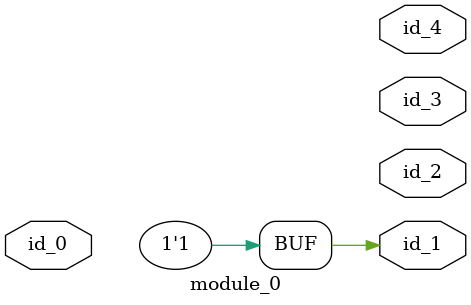
<source format=v>
`timescale 1 ps / 1ps
module module_0 (
    input  id_0,
    output id_1,
    output id_2,
    output id_3,
    output id_4
);
  assign id_1 = 1;
endmodule

</source>
